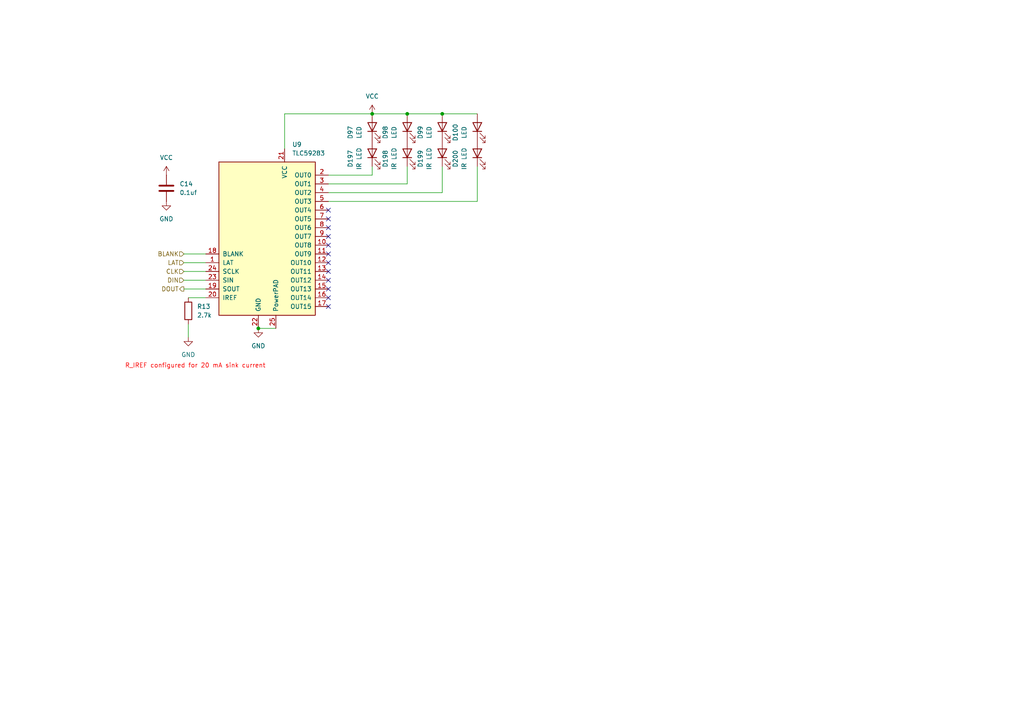
<source format=kicad_sch>
(kicad_sch (version 20250114) (generator "eeschema") (generator_version "9.0")
  (paper "A4")
  (lib_symbols
    (symbol "Device:C" (pin_numbers (hide yes)) (pin_names (offset 0.254))
      (property "Reference" "C" (at 0.635 2.54 0))
      (property "Value" "C" (at 0.635 -2.54 0))
      (symbol "C_0_1"
        (polyline (pts (xy -2.032 0.762) (xy 2.032 0.762)) (stroke (width 0.508)))
        (polyline (pts (xy -2.032 -0.762) (xy 2.032 -0.762)) (stroke (width 0.508)))
      )
      (symbol "C_1_1"
        (pin passive line (at 0 3.81 270) (length 2.794) (name "~") (number "1"))
        (pin passive line (at 0 -3.81 90) (length 2.794) (name "~") (number "2"))
      )
    )
    (symbol "Device:LED" (pin_numbers (hide yes)) (pin_names (offset 1.016) (hide yes))
      (property "Reference" "D" (at 0 2.54 0))
      (property "Value" "LED" (at 0 -2.54 0))
      (symbol "LED_0_1"
        (polyline (pts (xy -3.048 -0.762) (xy -4.572 -2.286) (xy -3.81 -2.286) (xy -4.572 -2.286) (xy -4.572 -1.524)))
        (polyline (pts (xy -1.778 -0.762) (xy -3.302 -2.286) (xy -2.54 -2.286) (xy -3.302 -2.286) (xy -3.302 -1.524)))
        (polyline (pts (xy -1.27 0) (xy 1.27 0)))
        (polyline (pts (xy -1.27 -1.27) (xy -1.27 1.27)) (stroke (width 0.254)))
        (polyline (pts (xy 1.27 -1.27) (xy 1.27 1.27) (xy -1.27 0) (xy 1.27 -1.27)) (stroke (width 0.254)))
      )
      (symbol "LED_1_1"
        (pin passive line (at -3.81 0 0) (length 2.54) (name "K") (number "1"))
        (pin passive line (at 3.81 0 180) (length 2.54) (name "A") (number "2"))
      )
    )
    (symbol "Device:R" (pin_numbers (hide yes)) (pin_names (offset 0))
      (property "Reference" "R" (at 2.032 0 90))
      (property "Value" "R" (at 0 0 90))
      (symbol "R_0_1"
        (rectangle (start -1.016 -2.54) (end 1.016 2.54) (stroke (width 0.254)))
      )
      (symbol "R_1_1"
        (pin passive line (at 0 3.81 270) (length 1.27) (name "~") (number "1"))
        (pin passive line (at 0 -3.81 90) (length 1.27) (name "~") (number "2"))
      )
    )
    (symbol "custom_symbols:TLC59283" (pin_names (offset 1.016))
      (property "Reference" "U" (at -13.97 38.1 0))
      (property "Value" "TLC59283" (at -13.97 35.56 0))
      (symbol "TLC59283_0_1"
        (rectangle (start -13.97 34.29) (end 13.97 -10.16) (stroke (width 0.254)) (fill (type background)))
        (pin input line (at -17.78 7.62 0) (length 3.81) (name "BLANK") (number "18"))
        (pin input line (at -17.78 5.08 0) (length 3.81) (name "LAT") (number "1"))
        (pin input line (at -17.78 2.54 0) (length 3.81) (name "SCLK") (number "24"))
        (pin input line (at -17.78 -5.08 0) (length 3.81) (name "IREF") (number "20"))
        (pin power_in line (at 5.08 38.1 270) (length 3.81) (name "VCC") (number "21"))
        (pin output line (at 17.78 30.48 180) (length 3.81) (name "OUT0") (number "2"))
        (pin output line (at 17.78 27.94 180) (length 3.81) (name "OUT1") (number "3"))
        (pin output line (at 17.78 25.4 180) (length 3.81) (name "OUT2") (number "4"))
        (pin output line (at 17.78 22.86 180) (length 3.81) (name "OUT3") (number "5"))
        (pin output line (at 17.78 20.32 180) (length 3.81) (name "OUT4") (number "6"))
        (pin output line (at 17.78 17.78 180) (length 3.81) (name "OUT5") (number "7"))
        (pin output line (at 17.78 15.24 180) (length 3.81) (name "OUT6") (number "8"))
        (pin output line (at 17.78 12.7 180) (length 3.81) (name "OUT7") (number "9"))
        (pin output line (at 17.78 10.16 180) (length 3.81) (name "OUT8") (number "10"))
        (pin output line (at 17.78 7.62 180) (length 3.81) (name "OUT9") (number "11"))
        (pin output line (at 17.78 5.08 180) (length 3.81) (name "OUT10") (number "12"))
        (pin output line (at 17.78 2.54 180) (length 3.81) (name "OUT11") (number "13"))
        (pin output line (at 17.78 0 180) (length 3.81) (name "OUT12") (number "14"))
        (pin output line (at 17.78 -2.54 180) (length 3.81) (name "OUT13") (number "15"))
        (pin output line (at 17.78 -5.08 180) (length 3.81) (name "OUT14") (number "16"))
      )
      (symbol "TLC59283_1_1"
        (pin input line (at -17.78 0 0) (length 3.81) (name "SIN") (number "23"))
        (pin output line (at -17.78 -2.54 0) (length 3.81) (name "SOUT") (number "19"))
        (pin power_in line (at -2.54 -13.97 90) (length 3.81) (name "GND") (number "22"))
        (pin power_in line (at 2.54 -13.97 90) (length 3.81) (name "PowerPAD") (number "25"))
        (pin output line (at 17.78 -7.62 180) (length 3.81) (name "OUT15") (number "17"))
      )
    )
    (symbol "power:+5V" (power) (pin_numbers (hide yes)) (pin_names (offset 0) (hide yes))
      (property "Value" "+5V" (at 0 3.556 0))
      (symbol "+5V_0_1"
        (polyline (pts (xy -0.762 1.27) (xy 0 2.54)))
        (polyline (pts (xy 0 2.54) (xy 0.762 1.27)))
        (polyline (pts (xy 0 0) (xy 0 2.54)))
      )
      (symbol "+5V_1_1"
        (pin power_in line (at 0 0 90) (length 0) (name "~") (number "1"))
      )
    )
    (symbol "power:+BATT" (power) (pin_numbers (hide yes)) (pin_names (offset 0) (hide yes))
      (property "Value" "+BATT" (at 0 3.556 0))
      (symbol "+BATT_0_1"
        (polyline (pts (xy -0.762 1.27) (xy 0 2.54)))
        (polyline (pts (xy 0 2.54) (xy 0.762 1.27)))
        (polyline (pts (xy 0 0) (xy 0 2.54)))
      )
      (symbol "+BATT_1_1"
        (pin power_in line (at 0 0 90) (length 0) (name "~") (number "1"))
      )
    )
    (symbol "power:GND" (power) (pin_numbers (hide yes)) (pin_names (offset 0) (hide yes))
      (property "Value" "GND" (at 0 -3.81 0))
      (symbol "GND_0_1"
        (polyline (pts (xy 0 0) (xy 0 -1.27) (xy 1.27 -1.27) (xy 0 -2.54) (xy -1.27 -1.27) (xy 0 -1.27)))
      )
      (symbol "GND_1_1"
        (pin power_in line (at 0 0 270) (length 0) (name "~") (number "1"))
      )
    )
  )
  (text "R_IREF configured for 20 mA sink current" (at 56.642 106.172 0) (effects (font (size 1.27 1.27))))
  (junction (at 118.11 33.02))
  (junction (at 128.27 33.02))
  (junction (at 107.95 33.02))
  (junction (at 74.93 95.25))
  (no_connect (at 95.25 63.5))
  (no_connect (at 95.25 60.96))
  (no_connect (at 95.25 86.36))
  (no_connect (at 95.25 81.28))
  (no_connect (at 95.25 88.9))
  (no_connect (at 95.25 66.04))
  (no_connect (at 95.25 68.58))
  (no_connect (at 95.25 78.74))
  (no_connect (at 95.25 83.82))
  (no_connect (at 95.25 73.66))
  (no_connect (at 95.25 71.12))
  (no_connect (at 95.25 76.2))
  (wire (pts (xy 128.27 55.88) (xy 95.25 55.88)))
  (wire (pts (xy 128.27 48.26) (xy 128.27 55.88)))
  (wire (pts (xy 138.43 48.26) (xy 138.43 58.42)))
  (wire (pts (xy 74.93 95.25) (xy 80.01 95.25)))
  (wire (pts (xy 107.95 50.8) (xy 95.25 50.8)))
  (wire (pts (xy 107.95 33.02) (xy 118.11 33.02)))
  (wire (pts (xy 118.11 53.34) (xy 95.25 53.34)))
  (wire (pts (xy 118.11 48.26) (xy 118.11 53.34)))
  (wire (pts (xy 53.34 73.66) (xy 59.69 73.66)))
  (wire (pts (xy 53.34 81.28) (xy 59.69 81.28)))
  (wire (pts (xy 107.95 48.26) (xy 107.95 50.8)))
  (wire (pts (xy 138.43 58.42) (xy 95.25 58.42)))
  (wire (pts (xy 53.34 78.74) (xy 59.69 78.74)))
  (wire (pts (xy 118.11 33.02) (xy 128.27 33.02)))
  (wire (pts (xy 54.61 93.98) (xy 54.61 97.79)))
  (wire (pts (xy 59.69 86.36) (xy 54.61 86.36)))
  (wire (pts (xy 53.34 83.82) (xy 59.69 83.82)))
  (wire (pts (xy 82.55 43.18) (xy 82.55 33.02)))
  (wire (pts (xy 53.34 76.2) (xy 59.69 76.2)))
  (wire (pts (xy 82.55 33.02) (xy 107.95 33.02)))
  (wire (pts (xy 128.27 33.02) (xy 138.43 33.02)))
  (hierarchical_label "CLK" (shape input) (at 53.34 78.74 180))
  (hierarchical_label "LAT" (shape input) (at 53.34 76.2 180))
  (hierarchical_label "BLANK" (shape input) (at 53.34 73.66 180))
  (hierarchical_label "DIN" (shape input) (at 53.34 81.28 180))
  (hierarchical_label "DOUT" (shape output) (at 53.34 83.82 180))
  (symbol (lib_id "Device:R") (at 54.61 90.17 180) (unit 1)
    (property "Reference" "R13" (at 57.15 88.8999 0) (effects (justify right)))
    (property "Value" "2.7k" (at 57.15 91.4399 0) (effects (justify right)))
    (property "Footprint" "Resistor_SMD:R_0402_1005Metric" (effects (hide yes)))
    (property "Description" "Resistor" (effects (hide yes)))
  )
  (symbol (lib_id "Device:LED") (at 118.11 44.45 90) (unit 1)
    (property "Reference" "D198" (at 111.76 46.0375 0))
    (property "Value" "IR LED" (at 114.3 46.0375 0))
    (property "Footprint" "custom_footprints:XYC-HIR76C-LX4" (effects (hide yes)))
    (property "Description" "Light emitting diode" (effects (hide yes)))
  )
  (symbol (lib_id "power:+5V") (at 107.95 33.02 0) (unit 1)
    (property "Reference" "#PWR0127" (effects (hide yes)))
    (property "Value" "VCC" (at 107.95 27.94 0))
    (property "Description" "Power symbol creates a global label with name \"+5V\"" (effects (hide yes)))
  )
  (symbol (lib_id "Device:LED") (at 138.43 36.83 90) (unit 1)
    (property "Reference" "D100" (at 132.08 38.4175 0))
    (property "Value" "LED" (at 134.62 38.4175 0))
    (property "Footprint" "custom_footprints:HL-A-3528" (effects (hide yes)))
    (property "Description" "Light emitting diode" (effects (hide yes)))
  )
  (symbol (lib_id "power:GND") (at 74.93 95.25 0) (unit 1)
    (property "Reference" "#PWR060" (effects (hide yes)))
    (property "Value" "GND" (at 74.93 100.33 0))
    (property "Description" "Power symbol creates a global label with name \"GND\" , ground" (effects (hide yes)))
  )
  (symbol (lib_id "power:+BATT") (at 48.26 50.8 0) (unit 1)
    (property "Reference" "#PWR057" (effects (hide yes)))
    (property "Value" "VCC" (at 48.26 45.72 0))
    (property "Description" "Power symbol creates a global label with name \"+BATT\"" (effects (hide yes)))
  )
  (symbol (lib_id "Device:LED") (at 128.27 36.83 90) (unit 1)
    (property "Reference" "D99" (at 121.92 38.4175 0))
    (property "Value" "LED" (at 124.46 38.4175 0))
    (property "Footprint" "custom_footprints:HL-A-3528" (effects (hide yes)))
    (property "Description" "Light emitting diode" (effects (hide yes)))
  )
  (symbol (lib_id "Device:LED") (at 138.43 44.45 90) (unit 1)
    (property "Reference" "D200" (at 132.08 46.0375 0))
    (property "Value" "IR LED" (at 134.62 46.0375 0))
    (property "Footprint" "custom_footprints:XYC-HIR76C-LX4" (effects (hide yes)))
    (property "Description" "Light emitting diode" (effects (hide yes)))
  )
  (symbol (lib_id "Device:LED") (at 107.95 36.83 90) (unit 1)
    (property "Reference" "D97" (at 101.6 38.4175 0))
    (property "Value" "LED" (at 104.14 38.4175 0))
    (property "Footprint" "custom_footprints:HL-A-3528" (effects (hide yes)))
    (property "Description" "Light emitting diode" (effects (hide yes)))
  )
  (symbol (lib_id "custom_symbols:TLC59283") (at 77.47 81.28 0) (unit 1)
    (property "Reference" "U9" (at 84.7441 41.91 0) (effects (justify left)))
    (property "Value" "TLC59283" (at 84.7441 44.45 0) (effects (justify left)))
    (property "Footprint" "Package_DFN_QFN:Texas_RGE0024C_VQFN-24-1EP_4x4mm_P0.5mm_EP2.1x2.1mm_ThermalVias" (effects (hide yes)))
    (property "Description" "16-Channel, Constant-Current LED Driver with Pre-Charge FET" (effects (hide yes)))
  )
  (symbol (lib_id "Device:C") (at 48.26 54.61 0) (unit 1)
    (property "Reference" "C14" (at 52.07 53.3399 0) (effects (justify left)))
    (property "Value" "0.1uf" (at 52.07 55.8799 0) (effects (justify left)))
    (property "Footprint" "Capacitor_SMD:C_0402_1005Metric" (effects (hide yes)))
    (property "Description" "Unpolarized capacitor" (effects (hide yes)))
  )
  (symbol (lib_id "Device:LED") (at 118.11 36.83 90) (unit 1)
    (property "Reference" "D98" (at 111.76 38.4175 0))
    (property "Value" "LED" (at 114.3 38.4175 0))
    (property "Footprint" "custom_footprints:HL-A-3528" (effects (hide yes)))
    (property "Description" "Light emitting diode" (effects (hide yes)))
  )
  (symbol (lib_id "Device:LED") (at 107.95 44.45 90) (unit 1)
    (property "Reference" "D197" (at 101.6 46.0375 0))
    (property "Value" "IR LED" (at 104.14 46.0375 0))
    (property "Footprint" "custom_footprints:XYC-HIR76C-LX4" (effects (hide yes)))
    (property "Description" "Light emitting diode" (effects (hide yes)))
  )
  (symbol (lib_id "power:GND") (at 54.61 97.79 0) (unit 1)
    (property "Reference" "#PWR059" (effects (hide yes)))
    (property "Value" "GND" (at 54.61 102.87 0))
    (property "Description" "Power symbol creates a global label with name \"GND\" , ground" (effects (hide yes)))
  )
  (symbol (lib_id "power:GND") (at 48.26 58.42 0) (unit 1)
    (property "Reference" "#PWR058" (effects (hide yes)))
    (property "Value" "GND" (at 48.26 63.5 0))
    (property "Description" "Power symbol creates a global label with name \"GND\" , ground" (effects (hide yes)))
  )
  (symbol (lib_id "Device:LED") (at 128.27 44.45 90) (unit 1)
    (property "Reference" "D199" (at 121.92 46.0375 0))
    (property "Value" "IR LED" (at 124.46 46.0375 0))
    (property "Footprint" "custom_footprints:XYC-HIR76C-LX4" (effects (hide yes)))
    (property "Description" "Light emitting diode" (effects (hide yes)))
  )
)
</source>
